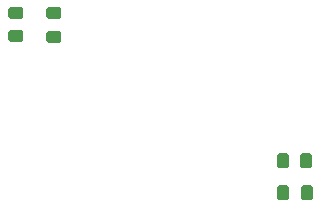
<source format=gbp>
G04*
G04 #@! TF.GenerationSoftware,Altium Limited,Altium Designer,21.8.1 (53)*
G04*
G04 Layer_Color=128*
%FSLAX25Y25*%
%MOIN*%
G70*
G04*
G04 #@! TF.SameCoordinates,00E826D5-FD21-4A1A-8C14-BC2741F4279C*
G04*
G04*
G04 #@! TF.FilePolarity,Positive*
G04*
G01*
G75*
G04:AMPARAMS|DCode=21|XSize=50mil|YSize=37.4mil|CornerRadius=5.61mil|HoleSize=0mil|Usage=FLASHONLY|Rotation=90.000|XOffset=0mil|YOffset=0mil|HoleType=Round|Shape=RoundedRectangle|*
%AMROUNDEDRECTD21*
21,1,0.05000,0.02618,0,0,90.0*
21,1,0.03878,0.03740,0,0,90.0*
1,1,0.01122,0.01309,0.01939*
1,1,0.01122,0.01309,-0.01939*
1,1,0.01122,-0.01309,-0.01939*
1,1,0.01122,-0.01309,0.01939*
%
%ADD21ROUNDEDRECTD21*%
G04:AMPARAMS|DCode=22|XSize=50mil|YSize=37.4mil|CornerRadius=5.61mil|HoleSize=0mil|Usage=FLASHONLY|Rotation=0.000|XOffset=0mil|YOffset=0mil|HoleType=Round|Shape=RoundedRectangle|*
%AMROUNDEDRECTD22*
21,1,0.05000,0.02618,0,0,0.0*
21,1,0.03878,0.03740,0,0,0.0*
1,1,0.01122,0.01939,-0.01309*
1,1,0.01122,-0.01939,-0.01309*
1,1,0.01122,-0.01939,0.01309*
1,1,0.01122,0.01939,0.01309*
%
%ADD22ROUNDEDRECTD22*%
D21*
X251874Y178500D02*
D03*
X244000D02*
D03*
X251768Y189000D02*
D03*
X243894D02*
D03*
D22*
X167600Y230363D02*
D03*
Y238237D02*
D03*
X155000Y230563D02*
D03*
Y238437D02*
D03*
M02*

</source>
